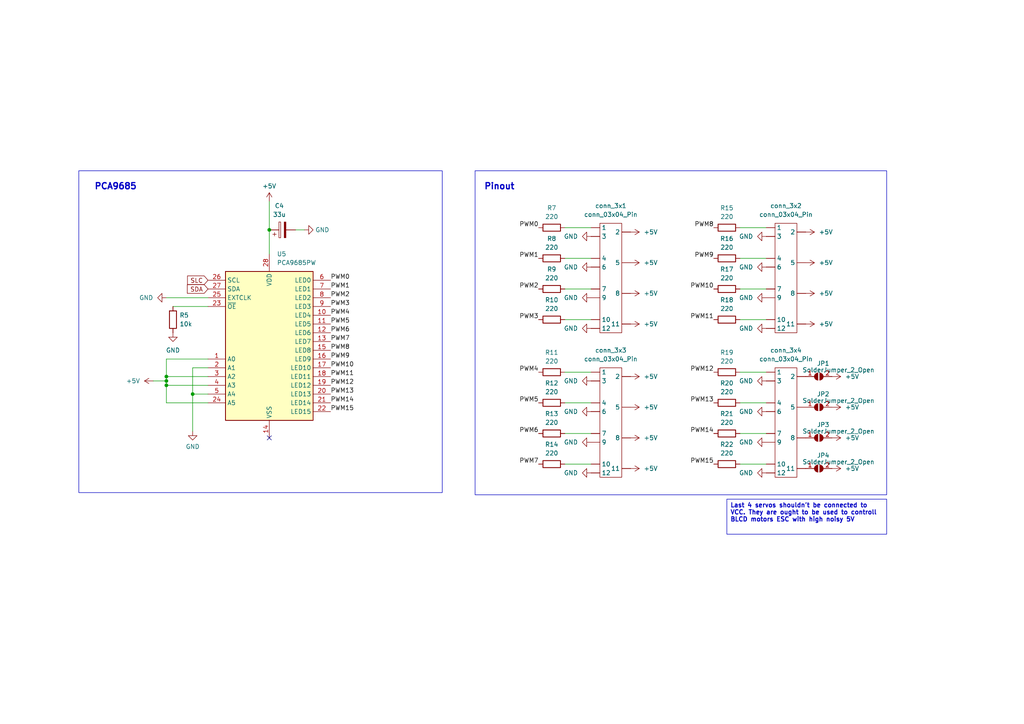
<source format=kicad_sch>
(kicad_sch (version 20230121) (generator eeschema)
  (paper "A4")
  (title_block (date "2023-10-17") (rev "1.0"))
  (lib_symbols
    (symbol "Custom_Symbols:conn_03x04_Pin"
      (property "Reference" "conn_3x4" (at 0 -1.27 0))
      (property "Value" "conn_03x04_Pin" (at 0 0 0))
      (symbol "conn_03x04_Pin_0_1"
        (rectangle (start -2.54 -2.54) (end 3.81 -34.29))
      )
      (symbol "conn_03x04_Pin_1_1"
        (pin input line (at -5.08 -3.81 0) (length 2.54) (name "1") (number ""))
        (pin input line (at -5.08 -30.48 0) (length 2.54) (name "10") (number ""))
        (pin input line (at 6.35 -31.75 180) (length 2.54) (name "11") (number ""))
        (pin input line (at -5.08 -33.02 0) (length 2.54) (name "12") (number ""))
        (pin input line (at 6.35 -5.08 180) (length 2.54) (name "2") (number ""))
        (pin input line (at -5.08 -6.35 0) (length 2.54) (name "3") (number ""))
        (pin input line (at -5.08 -12.7 0) (length 2.54) (name "4") (number ""))
        (pin input line (at 6.35 -13.97 180) (length 2.54) (name "5") (number ""))
        (pin input line (at -5.08 -15.24 0) (length 2.54) (name "6") (number ""))
        (pin input line (at -5.08 -21.59 0) (length 2.54) (name "7") (number ""))
        (pin input line (at 6.35 -22.86 180) (length 2.54) (name "8") (number ""))
        (pin input line (at -5.08 -24.13 0) (length 2.54) (name "9") (number ""))
      )
    )
    (symbol "Device:C_Polarized" (pin_numbers hide) (pin_names (offset 0.254))
      (property "Reference" "C" (at 0.635 2.54 0))
      (property "Value" "C_Polarized" (at 0.635 -2.54 0))
      (symbol "C_Polarized_0_1"
        (rectangle (start -2.286 0.508) (end 2.286 1.016))
        (polyline (pts (xy -1.778 2.286) (xy -0.762 2.286)))
        (polyline (pts (xy -1.27 2.794) (xy -1.27 1.778)))
        (rectangle (start 2.286 -0.508) (end -2.286 -1.016) (fill (type outline)))
      )
      (symbol "C_Polarized_1_1"
        (pin passive line (at 0 3.81 270) (length 2.794) (name "~") (number "1"))
        (pin passive line (at 0 -3.81 90) (length 2.794) (name "~") (number "2"))
      )
    )
    (symbol "Device:R" (pin_numbers hide) (pin_names (offset 0))
      (property "Reference" "R" (at 2.032 0 90))
      (property "Value" "R" (at 0 0 90))
      (symbol "R_0_1"
        (rectangle (start -1.016 -2.54) (end 1.016 2.54) (stroke (width 0.254)))
      )
      (symbol "R_1_1"
        (pin passive line (at 0 3.81 270) (length 1.27) (name "~") (number "1"))
        (pin passive line (at 0 -3.81 90) (length 1.27) (name "~") (number "2"))
      )
    )
    (symbol "Driver_LED:PCA9685PW"
      (property "Reference" "U" (at -12.7 22.225 0))
      (property "Value" "PCA9685PW" (at 1.27 22.225 0))
      (symbol "PCA9685PW_0_1"
        (rectangle (start -12.7 20.32) (end 12.7 -22.86) (stroke (width 0.254)) (fill (type background)))
      )
      (symbol "PCA9685PW_1_1"
        (pin input line (at -17.78 -5.08 0) (length 5.08) (name "A0") (number "1"))
        (pin output line (at 17.78 7.62 180) (length 5.08) (name "LED4") (number "10"))
        (pin output line (at 17.78 5.08 180) (length 5.08) (name "LED5") (number "11"))
        (pin output line (at 17.78 2.54 180) (length 5.08) (name "LED6") (number "12"))
        (pin output line (at 17.78 0 180) (length 5.08) (name "LED7") (number "13"))
        (pin power_in line (at 0 -27.94 90) (length 5.08) (name "VSS") (number "14"))
        (pin output line (at 17.78 -2.54 180) (length 5.08) (name "LED8") (number "15"))
        (pin output line (at 17.78 -5.08 180) (length 5.08) (name "LED9") (number "16"))
        (pin output line (at 17.78 -7.62 180) (length 5.08) (name "LED10") (number "17"))
        (pin output line (at 17.78 -10.16 180) (length 5.08) (name "LED11") (number "18"))
        (pin output line (at 17.78 -12.7 180) (length 5.08) (name "LED12") (number "19"))
        (pin input line (at -17.78 -7.62 0) (length 5.08) (name "A1") (number "2"))
        (pin output line (at 17.78 -15.24 180) (length 5.08) (name "LED13") (number "20"))
        (pin output line (at 17.78 -17.78 180) (length 5.08) (name "LED14") (number "21"))
        (pin output line (at 17.78 -20.32 180) (length 5.08) (name "LED15") (number "22"))
        (pin input line (at -17.78 10.16 0) (length 5.08) (name "~{OE}") (number "23"))
        (pin input line (at -17.78 -17.78 0) (length 5.08) (name "A5") (number "24"))
        (pin input line (at -17.78 12.7 0) (length 5.08) (name "EXTCLK") (number "25"))
        (pin input line (at -17.78 17.78 0) (length 5.08) (name "SCL") (number "26"))
        (pin bidirectional line (at -17.78 15.24 0) (length 5.08) (name "SDA") (number "27"))
        (pin power_in line (at 0 25.4 270) (length 5.08) (name "VDD") (number "28"))
        (pin input line (at -17.78 -10.16 0) (length 5.08) (name "A2") (number "3"))
        (pin input line (at -17.78 -12.7 0) (length 5.08) (name "A3") (number "4"))
        (pin input line (at -17.78 -15.24 0) (length 5.08) (name "A4") (number "5"))
        (pin output line (at 17.78 17.78 180) (length 5.08) (name "LED0") (number "6"))
        (pin output line (at 17.78 15.24 180) (length 5.08) (name "LED1") (number "7"))
        (pin output line (at 17.78 12.7 180) (length 5.08) (name "LED2") (number "8"))
        (pin output line (at 17.78 10.16 180) (length 5.08) (name "LED3") (number "9"))
      )
    )
    (symbol "Jumper:SolderJumper_2_Open" (pin_names (offset 0) hide)
      (property "Reference" "JP" (at 0 2.032 0))
      (property "Value" "SolderJumper_2_Open" (at 0 -2.54 0))
      (symbol "SolderJumper_2_Open_0_1"
        (arc (start -0.254 1.016) (mid -1.2656 0) (end -0.254 -1.016))
        (arc (start -0.254 1.016) (mid -1.2656 0) (end -0.254 -1.016) (fill (type outline)))
        (polyline (pts (xy -0.254 1.016) (xy -0.254 -1.016)))
        (polyline (pts (xy 0.254 1.016) (xy 0.254 -1.016)))
        (arc (start 0.254 -1.016) (mid 1.2656 0) (end 0.254 1.016))
        (arc (start 0.254 -1.016) (mid 1.2656 0) (end 0.254 1.016) (fill (type outline)))
      )
      (symbol "SolderJumper_2_Open_1_1"
        (pin passive line (at -3.81 0 0) (length 2.54) (name "A") (number "1"))
        (pin passive line (at 3.81 0 180) (length 2.54) (name "B") (number "2"))
      )
    )
    (symbol "power:+5V" (power) (pin_names (offset 0))
      (property "Value" "+5V" (at 0 3.556 0))
      (symbol "+5V_0_1"
        (polyline (pts (xy -0.762 1.27) (xy 0 2.54)))
        (polyline (pts (xy 0 0) (xy 0 2.54)))
        (polyline (pts (xy 0 2.54) (xy 0.762 1.27)))
      )
      (symbol "+5V_1_1"
        (pin power_in line (at 0 0 90) (length 0) hide (name "+5V") (number "1"))
      )
    )
    (symbol "power:GND" (power) (pin_names (offset 0))
      (property "Value" "GND" (at 0 -3.81 0))
      (symbol "GND_0_1"
        (polyline (pts (xy 0 0) (xy 0 -1.27) (xy 1.27 -1.27) (xy 0 -2.54) (xy -1.27 -1.27) (xy 0 -1.27)))
      )
      (symbol "GND_1_1"
        (pin power_in line (at 0 0 270) (length 0) hide (name "GND") (number "1"))
      )
    )
  )
  (junction (at 55.88 114.3))
  (junction (at 48.26 110.49))
  (junction (at 78.105 66.675))
  (junction (at 48.26 109.22))
  (junction (at 48.26 111.76))
  (no_connect (at 78.105 127))
  (wire (pts (xy 50.165 88.9) (xy 60.325 88.9)))
  (wire (pts (xy 214.63 116.84) (xy 222.25 116.84)))
  (wire (pts (xy 214.63 74.93) (xy 222.25 74.93)))
  (wire (pts (xy 78.105 58.42) (xy 78.105 66.675)))
  (wire (pts (xy 48.26 116.84) (xy 48.26 111.76)))
  (wire (pts (xy 214.63 92.71) (xy 222.25 92.71)))
  (wire (pts (xy 163.83 83.82) (xy 171.45 83.82)))
  (wire (pts (xy 214.63 83.82) (xy 222.25 83.82)))
  (wire (pts (xy 48.26 111.76) (xy 60.325 111.76)))
  (wire (pts (xy 163.83 74.93) (xy 171.45 74.93)))
  (wire (pts (xy 60.325 106.68) (xy 55.88 106.68)))
  (wire (pts (xy 78.105 66.675) (xy 78.105 73.66)))
  (wire (pts (xy 55.88 114.3) (xy 60.325 114.3)))
  (wire (pts (xy 214.63 134.62) (xy 222.25 134.62)))
  (wire (pts (xy 163.83 66.04) (xy 171.45 66.04)))
  (wire (pts (xy 163.83 134.62) (xy 171.45 134.62)))
  (wire (pts (xy 55.88 106.68) (xy 55.88 114.3)))
  (wire (pts (xy 214.63 125.73) (xy 222.25 125.73)))
  (wire (pts (xy 214.63 66.04) (xy 222.25 66.04)))
  (wire (pts (xy 163.83 107.95) (xy 171.45 107.95)))
  (wire (pts (xy 44.45 110.49) (xy 48.26 110.49)))
  (wire (pts (xy 60.325 109.22) (xy 48.26 109.22)))
  (wire (pts (xy 60.325 116.84) (xy 48.26 116.84)))
  (wire (pts (xy 214.63 107.95) (xy 222.25 107.95)))
  (wire (pts (xy 48.26 111.76) (xy 48.26 110.49)))
  (wire (pts (xy 163.83 125.73) (xy 171.45 125.73)))
  (wire (pts (xy 163.83 116.84) (xy 171.45 116.84)))
  (wire (pts (xy 48.26 104.14) (xy 48.26 109.22)))
  (wire (pts (xy 55.88 114.3) (xy 55.88 125.095)))
  (wire (pts (xy 163.83 92.71) (xy 171.45 92.71)))
  (wire (pts (xy 48.26 109.22) (xy 48.26 110.49)))
  (wire (pts (xy 48.26 86.36) (xy 60.325 86.36)))
  (wire (pts (xy 60.325 104.14) (xy 48.26 104.14)))
  (wire (pts (xy 85.725 66.675) (xy 88.265 66.675)))
  (rectangle (start 22.86 49.53) (end 128.27 142.875))
  (rectangle (start 137.795 49.53) (end 257.175 143.51))
  (text_box "Last 4 servos shouldn't be connected to VCC. They are ought to be used to controll BLCD motors ESC with high noisy 5V" (at 210.82 144.78 0) (size 46.355 10.16) (effects (font (size 1.27 1.27) bold) (justify left top)))
  (text "PCA9685" (at 27.305 55.245 0) (effects (font (size 1.8 1.8) bold) (justify left bottom)))
  (text "Pinout" (at 140.335 55.245 0) (effects (font (size 1.8 1.8) bold) (justify left bottom)))
  (label "PWM5" (at 156.21 116.84 180))
  (label "PWM0" (at 95.885 81.28 0))
  (label "PWM12" (at 95.885 111.76 0))
  (label "PWM7" (at 156.21 134.62 180))
  (label "PWM13" (at 207.01 116.84 180))
  (label "PWM11" (at 95.885 109.22 0))
  (label "PWM2" (at 95.885 86.36 0))
  (label "PWM10" (at 95.885 106.68 0))
  (label "PWM10" (at 207.01 83.82 180))
  (label "PWM3" (at 156.21 92.71 180))
  (label "PWM0" (at 156.21 66.04 180))
  (label "PWM13" (at 95.885 114.3 0))
  (label "PWM7" (at 95.885 99.06 0))
  (label "PWM8" (at 95.885 101.6 0))
  (label "PWM4" (at 156.21 107.95 180))
  (label "PWM8" (at 207.01 66.04 180))
  (label "PWM14" (at 207.01 125.73 180))
  (label "PWM6" (at 156.21 125.73 180))
  (label "PWM15" (at 207.01 134.62 180))
  (label "PWM9" (at 207.01 74.93 180))
  (label "PWM2" (at 156.21 83.82 180))
  (label "PWM3" (at 95.885 88.9 0))
  (label "PWM14" (at 95.885 116.84 0))
  (label "PWM12" (at 207.01 107.95 180))
  (label "PWM11" (at 207.01 92.71 180))
  (label "PWM15" (at 95.885 119.38 0))
  (label "PWM5" (at 95.885 93.98 0))
  (label "PWM9" (at 95.885 104.14 0))
  (label "PWM1" (at 156.21 74.93 180))
  (label "PWM6" (at 95.885 96.52 0))
  (label "PWM1" (at 95.885 83.82 0))
  (label "PWM4" (at 95.885 91.44 0))
  (global_label "SDA" (shape input) (at 60.325 83.82 180) (property "Intersheetrefs" "${INTERSHEET_REFS}" (effects hide)))
  (global_label "SLC" (shape input) (at 60.325 81.28 180) (property "Intersheetrefs" "${INTERSHEET_REFS}" (effects hide)))
  (symbol (lib_id "power:GND") (at 48.26 86.36 270) (unit 1)
    (property "Reference" "#PWR019" (effects hide))
    (property "Value" "GND" (at 44.45 86.36 90) (effects (justify right)))
  )
  (symbol (lib_id "Driver_LED:PCA9685PW") (at 78.105 99.06 0) (unit 1)
    (property "Reference" "U5" (at 80.2991 73.66 0) (effects (justify left)))
    (property "Value" "PCA9685PW" (at 80.2991 76.2 0) (effects (justify left)))
    (property "Footprint" "Package_SO:TSSOP-28_4.4x9.7mm_P0.65mm" (effects hide))
    (property "Datasheet" "http://www.nxp.com/docs/en/data-sheet/PCA9685.pdf" (effects hide))
  )
  (symbol (lib_id "Device:R") (at 160.02 107.95 270) (unit 1)
    (property "Reference" "R11" (at 160.02 102.235 90))
    (property "Value" "220" (at 160.02 104.775 90))
    (property "Footprint" "Resistor_SMD:R_0603_1608Metric" (effects hide))
  )
  (symbol (lib_id "power:GND") (at 171.45 119.38 270) (unit 1)
    (property "Reference" "#PWR026" (effects hide))
    (property "Value" "GND" (at 167.64 119.38 90) (effects (justify right)))
  )
  (symbol (lib_id "Jumper:SolderJumper_2_Open") (at 237.49 127 0) (unit 1)
    (property "Reference" "JP3" (at 238.76 123.19 0))
    (property "Value" "SolderJumper_2_Open" (at 243.205 125.095 0))
    (property "Footprint" "Jumper:SolderJumper-2_P1.3mm_Open_Pad1.0x1.5mm" (effects hide))
  )
  (symbol (lib_id "power:+5V") (at 233.68 93.98 270) (unit 1)
    (property "Reference" "#PWR062" (effects hide))
    (property "Value" "+5V" (at 237.49 93.98 90) (effects (justify left)))
  )
  (symbol (lib_id "power:+5V") (at 182.88 135.89 270) (unit 1)
    (property "Reference" "#PWR058" (effects hide))
    (property "Value" "+5V" (at 186.69 135.89 90) (effects (justify left)))
  )
  (symbol (lib_id "power:GND") (at 222.25 86.36 270) (unit 1)
    (property "Reference" "#PWR031" (effects hide))
    (property "Value" "GND" (at 218.44 86.36 90) (effects (justify right)))
  )
  (symbol (lib_id "power:+5V") (at 241.3 109.22 270) (unit 1)
    (property "Reference" "#PWR074" (effects hide))
    (property "Value" "+5V" (at 245.11 109.22 90) (effects (justify left)))
  )
  (symbol (lib_id "power:GND") (at 222.25 95.25 270) (unit 1)
    (property "Reference" "#PWR032" (effects hide))
    (property "Value" "GND" (at 218.44 95.25 90) (effects (justify right)))
  )
  (symbol (lib_id "Custom_Symbols:conn_03x04_Pin") (at 176.53 104.14 0) (unit 1)
    (property "Reference" "conn_3x3" (at 177.165 101.6 0))
    (property "Value" "conn_03x04_Pin" (at 177.165 104.14 0))
    (property "Footprint" "Custom_Footprints:PinHeader_3x04" (effects hide))
  )
  (symbol (lib_id "power:+5V") (at 233.68 76.2 270) (unit 1)
    (property "Reference" "#PWR060" (effects hide))
    (property "Value" "+5V" (at 237.49 76.2 90) (effects (justify left)))
  )
  (symbol (lib_id "power:+5V") (at 233.68 85.09 270) (unit 1)
    (property "Reference" "#PWR061" (effects hide))
    (property "Value" "+5V" (at 237.49 85.09 90) (effects (justify left)))
  )
  (symbol (lib_id "power:+5V") (at 78.105 58.42 0) (unit 1)
    (property "Reference" "#PWR049" (effects hide))
    (property "Value" "+5V" (at 78.105 53.975 0))
  )
  (symbol (lib_id "power:+5V") (at 182.88 76.2 270) (unit 1)
    (property "Reference" "#PWR052" (effects hide))
    (property "Value" "+5V" (at 186.69 76.2 90) (effects (justify left)))
  )
  (symbol (lib_id "Custom_Symbols:conn_03x04_Pin") (at 176.53 62.23 0) (unit 1)
    (property "Reference" "conn_3x1" (at 177.165 59.69 0))
    (property "Value" "conn_03x04_Pin" (at 177.165 62.23 0))
    (property "Footprint" "Custom_Footprints:PinHeader_3x04" (effects hide))
  )
  (symbol (lib_id "power:GND") (at 222.25 128.27 270) (unit 1)
    (property "Reference" "#PWR035" (effects hide))
    (property "Value" "GND" (at 218.44 128.27 90) (effects (justify right)))
  )
  (symbol (lib_id "power:GND") (at 171.45 137.16 270) (unit 1)
    (property "Reference" "#PWR028" (effects hide))
    (property "Value" "GND" (at 167.64 137.16 90) (effects (justify right)))
  )
  (symbol (lib_id "power:+5V") (at 241.3 118.11 270) (unit 1)
    (property "Reference" "#PWR076" (effects hide))
    (property "Value" "+5V" (at 245.11 118.11 90) (effects (justify left)))
  )
  (symbol (lib_id "Device:R") (at 160.02 125.73 270) (unit 1)
    (property "Reference" "R13" (at 160.02 120.015 90))
    (property "Value" "220" (at 160.02 122.555 90))
    (property "Footprint" "Resistor_SMD:R_0603_1608Metric" (effects hide))
  )
  (symbol (lib_id "Jumper:SolderJumper_2_Open") (at 237.49 118.11 0) (unit 1)
    (property "Reference" "JP2" (at 238.76 114.3 0))
    (property "Value" "SolderJumper_2_Open" (at 243.205 116.205 0))
    (property "Footprint" "Jumper:SolderJumper-2_P1.3mm_Open_Pad1.0x1.5mm" (effects hide))
  )
  (symbol (lib_id "power:GND") (at 222.25 77.47 270) (unit 1)
    (property "Reference" "#PWR030" (effects hide))
    (property "Value" "GND" (at 218.44 77.47 90) (effects (justify right)))
  )
  (symbol (lib_id "Device:R") (at 160.02 92.71 270) (unit 1)
    (property "Reference" "R10" (at 160.02 86.995 90))
    (property "Value" "220" (at 160.02 89.535 90))
    (property "Footprint" "Resistor_SMD:R_0603_1608Metric" (effects hide))
  )
  (symbol (lib_id "Device:R") (at 50.165 92.71 180) (unit 1)
    (property "Reference" "R5" (at 52.07 91.44 0) (effects (justify right)))
    (property "Value" "10k" (at 52.07 93.98 0) (effects (justify right)))
    (property "Footprint" "Resistor_SMD:R_0603_1608Metric" (effects hide))
  )
  (symbol (lib_id "power:+5V") (at 241.3 127 270) (unit 1)
    (property "Reference" "#PWR077" (effects hide))
    (property "Value" "+5V" (at 245.11 127 90) (effects (justify left)))
  )
  (symbol (lib_id "power:GND") (at 222.25 68.58 270) (unit 1)
    (property "Reference" "#PWR029" (effects hide))
    (property "Value" "GND" (at 218.44 68.58 90) (effects (justify right)))
  )
  (symbol (lib_id "power:GND") (at 171.45 77.47 270) (unit 1)
    (property "Reference" "#PWR022" (effects hide))
    (property "Value" "GND" (at 167.64 77.47 90) (effects (justify right)))
  )
  (symbol (lib_id "power:+5V") (at 241.3 135.89 270) (unit 1)
    (property "Reference" "#PWR078" (effects hide))
    (property "Value" "+5V" (at 245.11 135.89 90) (effects (justify left)))
  )
  (symbol (lib_id "Jumper:SolderJumper_2_Open") (at 237.49 135.89 0) (unit 1)
    (property "Reference" "JP4" (at 238.76 132.08 0))
    (property "Value" "SolderJumper_2_Open" (at 243.205 133.985 0))
    (property "Footprint" "Jumper:SolderJumper-2_P1.3mm_Open_Pad1.0x1.5mm" (effects hide))
  )
  (symbol (lib_id "Device:R") (at 210.82 125.73 270) (unit 1)
    (property "Reference" "R21" (at 210.82 120.015 90))
    (property "Value" "220" (at 210.82 122.555 90))
    (property "Footprint" "Resistor_SMD:R_0603_1608Metric" (effects hide))
  )
  (symbol (lib_id "Device:R") (at 160.02 83.82 270) (unit 1)
    (property "Reference" "R9" (at 160.02 78.105 90))
    (property "Value" "220" (at 160.02 80.645 90))
    (property "Footprint" "Resistor_SMD:R_0603_1608Metric" (effects hide))
  )
  (symbol (lib_id "power:+5V") (at 182.88 93.98 270) (unit 1)
    (property "Reference" "#PWR054" (effects hide))
    (property "Value" "+5V" (at 186.69 93.98 90) (effects (justify left)))
  )
  (symbol (lib_id "power:+5V") (at 182.88 67.31 270) (unit 1)
    (property "Reference" "#PWR051" (effects hide))
    (property "Value" "+5V" (at 186.69 67.31 90) (effects (justify left)))
  )
  (symbol (lib_id "power:GND") (at 222.25 119.38 270) (unit 1)
    (property "Reference" "#PWR034" (effects hide))
    (property "Value" "GND" (at 218.44 119.38 90) (effects (justify right)))
  )
  (symbol (lib_id "power:GND") (at 55.88 125.095 0) (unit 1)
    (property "Reference" "#PWR038" (effects hide))
    (property "Value" "GND" (at 55.88 129.54 0))
  )
  (symbol (lib_id "Device:R") (at 210.82 66.04 270) (unit 1)
    (property "Reference" "R15" (at 210.82 60.325 90))
    (property "Value" "220" (at 210.82 62.865 90))
    (property "Footprint" "Resistor_SMD:R_0603_1608Metric" (effects hide))
  )
  (symbol (lib_id "Device:R") (at 210.82 92.71 270) (unit 1)
    (property "Reference" "R18" (at 210.82 86.995 90))
    (property "Value" "220" (at 210.82 89.535 90))
    (property "Footprint" "Resistor_SMD:R_0603_1608Metric" (effects hide))
  )
  (symbol (lib_id "Jumper:SolderJumper_2_Open") (at 237.49 109.22 0) (unit 1)
    (property "Reference" "JP1" (at 238.76 105.41 0))
    (property "Value" "SolderJumper_2_Open" (at 243.205 107.315 0))
    (property "Footprint" "Jumper:SolderJumper-2_P1.3mm_Open_Pad1.0x1.5mm" (effects hide))
  )
  (symbol (lib_id "Device:R") (at 160.02 134.62 270) (unit 1)
    (property "Reference" "R14" (at 160.02 128.905 90))
    (property "Value" "220" (at 160.02 131.445 90))
    (property "Footprint" "Resistor_SMD:R_0603_1608Metric" (effects hide))
  )
  (symbol (lib_id "power:GND") (at 88.265 66.675 90) (unit 1)
    (property "Reference" "#PWR02" (effects hide))
    (property "Value" "GND" (at 91.44 66.675 90) (effects (justify right)))
  )
  (symbol (lib_id "power:GND") (at 222.25 110.49 270) (unit 1)
    (property "Reference" "#PWR033" (effects hide))
    (property "Value" "GND" (at 218.44 110.49 90) (effects (justify right)))
  )
  (symbol (lib_id "power:+5V") (at 233.68 67.31 270) (unit 1)
    (property "Reference" "#PWR059" (effects hide))
    (property "Value" "+5V" (at 237.49 67.31 90) (effects (justify left)))
  )
  (symbol (lib_id "power:GND") (at 171.45 95.25 270) (unit 1)
    (property "Reference" "#PWR024" (effects hide))
    (property "Value" "GND" (at 167.64 95.25 90) (effects (justify right)))
  )
  (symbol (lib_id "power:GND") (at 222.25 137.16 270) (unit 1)
    (property "Reference" "#PWR036" (effects hide))
    (property "Value" "GND" (at 218.44 137.16 90) (effects (justify right)))
  )
  (symbol (lib_id "Device:R") (at 160.02 66.04 270) (unit 1)
    (property "Reference" "R7" (at 160.02 60.325 90))
    (property "Value" "220" (at 160.02 62.865 90))
    (property "Footprint" "Resistor_SMD:R_0603_1608Metric" (effects hide))
  )
  (symbol (lib_id "power:+5V") (at 182.88 109.22 270) (unit 1)
    (property "Reference" "#PWR055" (effects hide))
    (property "Value" "+5V" (at 186.69 109.22 90) (effects (justify left)))
  )
  (symbol (lib_id "Custom_Symbols:conn_03x04_Pin") (at 227.33 62.23 0) (unit 1)
    (property "Reference" "conn_3x2" (at 227.965 59.69 0))
    (property "Value" "conn_03x04_Pin" (at 227.965 62.23 0))
    (property "Footprint" "Custom_Footprints:PinHeader_3x04" (effects hide))
  )
  (symbol (lib_id "power:+5V") (at 44.45 110.49 90) (unit 1)
    (property "Reference" "#PWR050" (effects hide))
    (property "Value" "+5V" (at 40.64 110.49 90) (effects (justify left)))
  )
  (symbol (lib_id "power:+5V") (at 182.88 85.09 270) (unit 1)
    (property "Reference" "#PWR053" (effects hide))
    (property "Value" "+5V" (at 186.69 85.09 90) (effects (justify left)))
  )
  (symbol (lib_id "power:GND") (at 50.165 96.52 0) (unit 1)
    (property "Reference" "#PWR020" (effects hide))
    (property "Value" "GND" (at 50.165 101.6 0))
  )
  (symbol (lib_id "Device:R") (at 210.82 134.62 270) (unit 1)
    (property "Reference" "R22" (at 210.82 128.905 90))
    (property "Value" "220" (at 210.82 131.445 90))
    (property "Footprint" "Resistor_SMD:R_0603_1608Metric" (effects hide))
  )
  (symbol (lib_id "Device:R") (at 210.82 74.93 270) (unit 1)
    (property "Reference" "R16" (at 210.82 69.215 90))
    (property "Value" "220" (at 210.82 71.755 90))
    (property "Footprint" "Resistor_SMD:R_0603_1608Metric" (effects hide))
  )
  (symbol (lib_id "Device:R") (at 160.02 74.93 270) (unit 1)
    (property "Reference" "R8" (at 160.02 69.215 90))
    (property "Value" "220" (at 160.02 71.755 90))
    (property "Footprint" "Resistor_SMD:R_0603_1608Metric" (effects hide))
  )
  (symbol (lib_id "Device:C_Polarized") (at 81.915 66.675 90) (unit 1)
    (property "Reference" "C4" (at 81.026 59.69 90))
    (property "Value" "33u" (at 81.026 62.23 90))
    (instances (project "uav_project" (path "" (reference "C4") (unit 1)) (path "" (reference "C6") (unit 1))))
  )
  (symbol (lib_id "power:GND") (at 171.45 68.58 270) (unit 1)
    (property "Reference" "#PWR021" (effects hide))
    (property "Value" "GND" (at 167.64 68.58 90) (effects (justify right)))
  )
  (symbol (lib_id "Device:R") (at 210.82 83.82 270) (unit 1)
    (property "Reference" "R17" (at 210.82 78.105 90))
    (property "Value" "220" (at 210.82 80.645 90))
    (property "Footprint" "Resistor_SMD:R_0603_1608Metric" (effects hide))
  )
  (symbol (lib_id "power:+5V") (at 182.88 127 270) (unit 1)
    (property "Reference" "#PWR057" (effects hide))
    (property "Value" "+5V" (at 186.69 127 90) (effects (justify left)))
  )
  (symbol (lib_id "power:GND") (at 171.45 86.36 270) (unit 1)
    (property "Reference" "#PWR023" (effects hide))
    (property "Value" "GND" (at 167.64 86.36 90) (effects (justify right)))
  )
  (symbol (lib_id "Custom_Symbols:conn_03x04_Pin") (at 227.33 104.14 0) (unit 1)
    (property "Reference" "conn_3x4" (at 227.965 101.6 0))
    (property "Value" "conn_03x04_Pin" (at 227.965 104.14 0))
    (property "Footprint" "Custom_Footprints:PinHeader_3x04" (effects hide))
  )
  (symbol (lib_id "Device:R") (at 210.82 116.84 270) (unit 1)
    (property "Reference" "R20" (at 210.82 111.125 90))
    (property "Value" "220" (at 210.82 113.665 90))
    (property "Footprint" "Resistor_SMD:R_0603_1608Metric" (effects hide))
  )
  (symbol (lib_id "Device:R") (at 210.82 107.95 270) (unit 1)
    (property "Reference" "R19" (at 210.82 102.235 90))
    (property "Value" "220" (at 210.82 104.775 90))
    (property "Footprint" "Resistor_SMD:R_0603_1608Metric" (effects hide))
  )
  (symbol (lib_id "Device:R") (at 160.02 116.84 270) (unit 1)
    (property "Reference" "R12" (at 160.02 111.125 90))
    (property "Value" "220" (at 160.02 113.665 90))
    (property "Footprint" "Resistor_SMD:R_0603_1608Metric" (effects hide))
  )
  (symbol (lib_id "power:GND") (at 171.45 128.27 270) (unit 1)
    (property "Reference" "#PWR027" (effects hide))
    (property "Value" "GND" (at 167.64 128.27 90) (effects (justify right)))
  )
  (symbol (lib_id "power:GND") (at 171.45 110.49 270) (unit 1)
    (property "Reference" "#PWR025" (effects hide))
    (property "Value" "GND" (at 167.64 110.49 90) (effects (justify right)))
  )
  (symbol (lib_id "power:+5V") (at 182.88 118.11 270) (unit 1)
    (property "Reference" "#PWR056" (effects hide))
    (property "Value" "+5V" (at 186.69 118.11 90) (effects (justify left)))
  )
)
</source>
